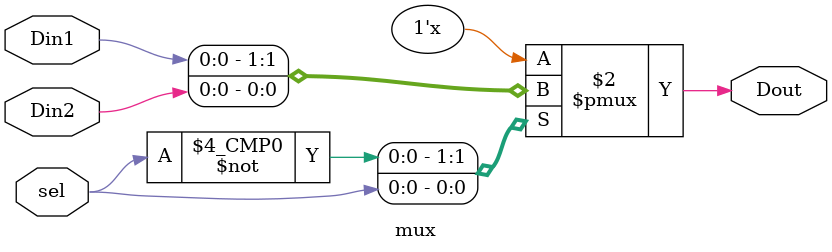
<source format=sv>
`timescale 1ns / 1ps


module mux(input Din1, input Din2, input sel, output logic Dout);
    always_comb
    begin
        case (sel)
        //ask about this, is it just 1'b0
        1'b0 : Dout = Din1;
        1'b1 : Dout = Din2;
        endcase
    end
    endmodule


</source>
